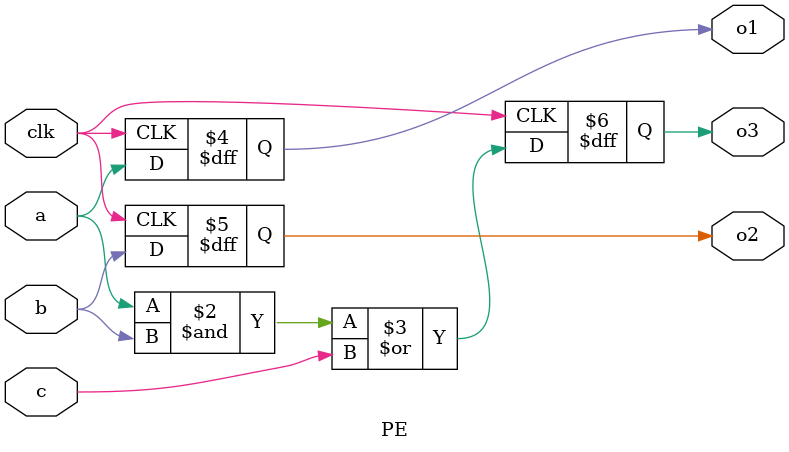
<source format=v>
`timescale 1ns / 1ps


module PE(a,b,c,o1,o2,o3,clk);
    input clk;
    input a,b,c; //a,b,c are the floating point numeber
    output reg o1,o2;
    output reg o3;
    reg mul;
    always@(posedge clk)
        begin
            mul=a&b;
            o1=a;
            o2=b;
            o3=mul|c;
        end
    endmodule
</source>
